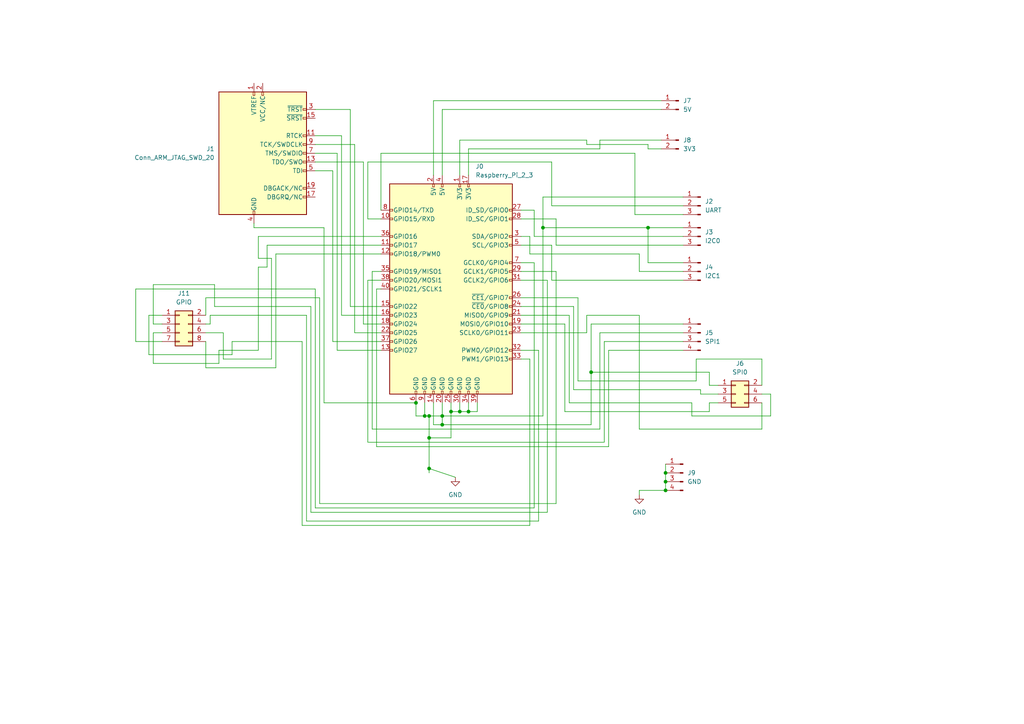
<source format=kicad_sch>
(kicad_sch (version 20211123) (generator eeschema)
  (paper "A4")
  (lib_symbols
    (symbol "Connector:Conn_01x02_Male" (pin_names (offset 1.016) hide)
      (property "Reference" "J" (at 0 2.54 0))
      (property "Value" "Conn_01x02_Male" (at 0 -5.08 0))
      (symbol "Conn_01x02_Male_1_1"
        (polyline (pts (xy 1.27 -2.54) (xy 0.8636 -2.54)) (stroke (width 0.1524)))
        (polyline (pts (xy 1.27 0) (xy 0.8636 0)) (stroke (width 0.1524)))
        (rectangle (start 0.8636 -2.413) (end 0 -2.667) (stroke (width 0.1524)) (fill (type outline)))
        (rectangle (start 0.8636 0.127) (end 0 -0.127) (stroke (width 0.1524)) (fill (type outline)))
        (pin passive line (at 5.08 0 180) (length 3.81) (name "Pin_1") (number "1"))
        (pin passive line (at 5.08 -2.54 180) (length 3.81) (name "Pin_2") (number "2"))
      )
    )
    (symbol "Connector:Conn_01x03_Male" (pin_names (offset 1.016) hide)
      (property "Reference" "J" (at 0 5.08 0))
      (property "Value" "Conn_01x03_Male" (at 0 -5.08 0))
      (symbol "Conn_01x03_Male_1_1"
        (polyline (pts (xy 1.27 -2.54) (xy 0.8636 -2.54)) (stroke (width 0.1524)))
        (polyline (pts (xy 1.27 0) (xy 0.8636 0)) (stroke (width 0.1524)))
        (polyline (pts (xy 1.27 2.54) (xy 0.8636 2.54)) (stroke (width 0.1524)))
        (rectangle (start 0.8636 -2.413) (end 0 -2.667) (stroke (width 0.1524)) (fill (type outline)))
        (rectangle (start 0.8636 0.127) (end 0 -0.127) (stroke (width 0.1524)) (fill (type outline)))
        (rectangle (start 0.8636 2.667) (end 0 2.413) (stroke (width 0.1524)) (fill (type outline)))
        (pin passive line (at 5.08 2.54 180) (length 3.81) (name "Pin_1") (number "1"))
        (pin passive line (at 5.08 0 180) (length 3.81) (name "Pin_2") (number "2"))
        (pin passive line (at 5.08 -2.54 180) (length 3.81) (name "Pin_3") (number "3"))
      )
    )
    (symbol "Connector:Conn_01x04_Male" (pin_names (offset 1.016) hide)
      (property "Reference" "J" (at 0 5.08 0))
      (property "Value" "Conn_01x04_Male" (at 0 -7.62 0))
      (symbol "Conn_01x04_Male_1_1"
        (polyline (pts (xy 1.27 -5.08) (xy 0.8636 -5.08)) (stroke (width 0.1524)))
        (polyline (pts (xy 1.27 -2.54) (xy 0.8636 -2.54)) (stroke (width 0.1524)))
        (polyline (pts (xy 1.27 0) (xy 0.8636 0)) (stroke (width 0.1524)))
        (polyline (pts (xy 1.27 2.54) (xy 0.8636 2.54)) (stroke (width 0.1524)))
        (rectangle (start 0.8636 -4.953) (end 0 -5.207) (stroke (width 0.1524)) (fill (type outline)))
        (rectangle (start 0.8636 -2.413) (end 0 -2.667) (stroke (width 0.1524)) (fill (type outline)))
        (rectangle (start 0.8636 0.127) (end 0 -0.127) (stroke (width 0.1524)) (fill (type outline)))
        (rectangle (start 0.8636 2.667) (end 0 2.413) (stroke (width 0.1524)) (fill (type outline)))
        (pin passive line (at 5.08 2.54 180) (length 3.81) (name "Pin_1") (number "1"))
        (pin passive line (at 5.08 0 180) (length 3.81) (name "Pin_2") (number "2"))
        (pin passive line (at 5.08 -2.54 180) (length 3.81) (name "Pin_3") (number "3"))
        (pin passive line (at 5.08 -5.08 180) (length 3.81) (name "Pin_4") (number "4"))
      )
    )
    (symbol "Connector:Conn_ARM_JTAG_SWD_20" (pin_names (offset 1.016))
      (property "Reference" "J" (at -5.08 21.59 0))
      (property "Value" "Conn_ARM_JTAG_SWD_20" (at -5.08 19.05 0))
      (symbol "Conn_ARM_JTAG_SWD_20_0_1"
        (rectangle (start -12.7 17.78) (end 12.7 -17.78) (stroke (width 0.254)) (fill (type background)))
        (rectangle (start -2.794 -17.78) (end -2.286 -16.764))
        (rectangle (start -2.794 17.78) (end -2.286 16.764))
        (rectangle (start -0.254 17.78) (end 0.254 16.764))
        (rectangle (start 11.684 2.286) (end 12.7 2.794))
        (rectangle (start 12.7 -12.446) (end 11.684 -12.954))
        (rectangle (start 12.7 -9.906) (end 11.684 -10.414))
        (rectangle (start 12.7 -2.794) (end 11.684 -2.286))
        (rectangle (start 12.7 -0.254) (end 11.684 0.254))
        (rectangle (start 12.7 4.826) (end 11.684 5.334))
        (rectangle (start 12.7 10.414) (end 11.684 9.906))
        (rectangle (start 12.7 12.954) (end 11.684 12.446))
      )
      (symbol "Conn_ARM_JTAG_SWD_20_1_1"
        (rectangle (start 11.684 -5.334) (end 12.7 -4.826))
        (pin power_in line (at -2.54 20.32 270) (length 2.54) (name "VTREF") (number "1"))
        (pin passive line (at -2.54 -20.32 90) (length 2.54) hide (name "GND") (number "10"))
        (pin input line (at 15.24 5.08 180) (length 2.54) (name "RTCK") (number "11"))
        (pin passive line (at -2.54 -20.32 90) (length 2.54) hide (name "GND") (number "12"))
        (pin input line (at 15.24 -2.54 180) (length 2.54) (name "TDO/SWO") (number "13"))
        (pin passive line (at -2.54 -20.32 90) (length 2.54) hide (name "GND") (number "14"))
        (pin bidirectional line (at 15.24 10.16 180) (length 2.54) (name "~{SRST}") (number "15"))
        (pin passive line (at -2.54 -20.32 90) (length 2.54) hide (name "GND") (number "16"))
        (pin output line (at 15.24 -12.7 180) (length 2.54) (name "DBGRQ/NC") (number "17"))
        (pin passive line (at -2.54 -20.32 90) (length 2.54) hide (name "GND") (number "18"))
        (pin input line (at 15.24 -10.16 180) (length 2.54) (name "DBGACK/NC") (number "19"))
        (pin power_in line (at 0 20.32 270) (length 2.54) (name "VCC/NC") (number "2"))
        (pin passive line (at -2.54 -20.32 90) (length 2.54) hide (name "GND") (number "20"))
        (pin output line (at 15.24 12.7 180) (length 2.54) (name "~{TRST}") (number "3"))
        (pin power_in line (at -2.54 -20.32 90) (length 2.54) (name "GND") (number "4"))
        (pin output line (at 15.24 -5.08 180) (length 2.54) (name "TDI") (number "5"))
        (pin passive line (at -2.54 -20.32 90) (length 2.54) hide (name "GND") (number "6"))
        (pin output line (at 15.24 0 180) (length 2.54) (name "TMS/SWDIO") (number "7"))
        (pin passive line (at -2.54 -20.32 90) (length 2.54) hide (name "GND") (number "8"))
        (pin output line (at 15.24 2.54 180) (length 2.54) (name "TCK/SWDCLK") (number "9"))
      )
    )
    (symbol "Connector:Raspberry_Pi_2_3" (pin_names (offset 1.016))
      (property "Reference" "J" (at -17.78 31.75 0))
      (property "Value" "Raspberry_Pi_2_3" (at 10.16 -31.75 0))
      (symbol "Raspberry_Pi_2_3_0_1"
        (rectangle (start -17.78 30.48) (end 17.78 -30.48) (stroke (width 0.254)) (fill (type background)))
      )
      (symbol "Raspberry_Pi_2_3_1_1"
        (rectangle (start -16.891 -17.526) (end -17.78 -18.034))
        (rectangle (start -16.891 -14.986) (end -17.78 -15.494))
        (rectangle (start -16.891 -12.446) (end -17.78 -12.954))
        (rectangle (start -16.891 -9.906) (end -17.78 -10.414))
        (rectangle (start -16.891 -7.366) (end -17.78 -7.874))
        (rectangle (start -16.891 -4.826) (end -17.78 -5.334))
        (rectangle (start -16.891 0.254) (end -17.78 -0.254))
        (rectangle (start -16.891 2.794) (end -17.78 2.286))
        (rectangle (start -16.891 5.334) (end -17.78 4.826))
        (rectangle (start -16.891 10.414) (end -17.78 9.906))
        (rectangle (start -16.891 12.954) (end -17.78 12.446))
        (rectangle (start -16.891 15.494) (end -17.78 14.986))
        (rectangle (start -16.891 20.574) (end -17.78 20.066))
        (rectangle (start -16.891 23.114) (end -17.78 22.606))
        (rectangle (start -10.414 -29.591) (end -9.906 -30.48))
        (rectangle (start -7.874 -29.591) (end -7.366 -30.48))
        (rectangle (start -5.334 -29.591) (end -4.826 -30.48))
        (rectangle (start -5.334 30.48) (end -4.826 29.591))
        (rectangle (start -2.794 -29.591) (end -2.286 -30.48))
        (rectangle (start -2.794 30.48) (end -2.286 29.591))
        (rectangle (start -0.254 -29.591) (end 0.254 -30.48))
        (rectangle (start 2.286 -29.591) (end 2.794 -30.48))
        (rectangle (start 2.286 30.48) (end 2.794 29.591))
        (rectangle (start 4.826 -29.591) (end 5.334 -30.48))
        (rectangle (start 4.826 30.48) (end 5.334 29.591))
        (rectangle (start 7.366 -29.591) (end 7.874 -30.48))
        (rectangle (start 17.78 -20.066) (end 16.891 -20.574))
        (rectangle (start 17.78 -17.526) (end 16.891 -18.034))
        (rectangle (start 17.78 -12.446) (end 16.891 -12.954))
        (rectangle (start 17.78 -9.906) (end 16.891 -10.414))
        (rectangle (start 17.78 -7.366) (end 16.891 -7.874))
        (rectangle (start 17.78 -4.826) (end 16.891 -5.334))
        (rectangle (start 17.78 -2.286) (end 16.891 -2.794))
        (rectangle (start 17.78 2.794) (end 16.891 2.286))
        (rectangle (start 17.78 5.334) (end 16.891 4.826))
        (rectangle (start 17.78 7.874) (end 16.891 7.366))
        (rectangle (start 17.78 12.954) (end 16.891 12.446))
        (rectangle (start 17.78 15.494) (end 16.891 14.986))
        (rectangle (start 17.78 20.574) (end 16.891 20.066))
        (rectangle (start 17.78 23.114) (end 16.891 22.606))
        (pin power_in line (at 2.54 33.02 270) (length 2.54) (name "3V3") (number "1"))
        (pin bidirectional line (at -20.32 20.32 0) (length 2.54) (name "GPIO15/RXD") (number "10"))
        (pin bidirectional line (at -20.32 12.7 0) (length 2.54) (name "GPIO17") (number "11"))
        (pin bidirectional line (at -20.32 10.16 0) (length 2.54) (name "GPIO18/PWM0") (number "12"))
        (pin bidirectional line (at -20.32 -17.78 0) (length 2.54) (name "GPIO27") (number "13"))
        (pin power_in line (at -5.08 -33.02 90) (length 2.54) (name "GND") (number "14"))
        (pin bidirectional line (at -20.32 -5.08 0) (length 2.54) (name "GPIO22") (number "15"))
        (pin bidirectional line (at -20.32 -7.62 0) (length 2.54) (name "GPIO23") (number "16"))
        (pin power_in line (at 5.08 33.02 270) (length 2.54) (name "3V3") (number "17"))
        (pin bidirectional line (at -20.32 -10.16 0) (length 2.54) (name "GPIO24") (number "18"))
        (pin bidirectional line (at 20.32 -10.16 180) (length 2.54) (name "MOSI0/GPIO10") (number "19"))
        (pin power_in line (at -5.08 33.02 270) (length 2.54) (name "5V") (number "2"))
        (pin power_in line (at -2.54 -33.02 90) (length 2.54) (name "GND") (number "20"))
        (pin bidirectional line (at 20.32 -7.62 180) (length 2.54) (name "MISO0/GPIO9") (number "21"))
        (pin bidirectional line (at -20.32 -12.7 0) (length 2.54) (name "GPIO25") (number "22"))
        (pin bidirectional line (at 20.32 -12.7 180) (length 2.54) (name "SCLK0/GPIO11") (number "23"))
        (pin bidirectional line (at 20.32 -5.08 180) (length 2.54) (name "~{CE0}/GPIO8") (number "24"))
        (pin power_in line (at 0 -33.02 90) (length 2.54) (name "GND") (number "25"))
        (pin bidirectional line (at 20.32 -2.54 180) (length 2.54) (name "~{CE1}/GPIO7") (number "26"))
        (pin bidirectional line (at 20.32 22.86 180) (length 2.54) (name "ID_SD/GPIO0") (number "27"))
        (pin bidirectional line (at 20.32 20.32 180) (length 2.54) (name "ID_SC/GPIO1") (number "28"))
        (pin bidirectional line (at 20.32 5.08 180) (length 2.54) (name "GCLK1/GPIO5") (number "29"))
        (pin bidirectional line (at 20.32 15.24 180) (length 2.54) (name "SDA/GPIO2") (number "3"))
        (pin power_in line (at 2.54 -33.02 90) (length 2.54) (name "GND") (number "30"))
        (pin bidirectional line (at 20.32 2.54 180) (length 2.54) (name "GCLK2/GPIO6") (number "31"))
        (pin bidirectional line (at 20.32 -17.78 180) (length 2.54) (name "PWM0/GPIO12") (number "32"))
        (pin bidirectional line (at 20.32 -20.32 180) (length 2.54) (name "PWM1/GPIO13") (number "33"))
        (pin power_in line (at 5.08 -33.02 90) (length 2.54) (name "GND") (number "34"))
        (pin bidirectional line (at -20.32 5.08 0) (length 2.54) (name "GPIO19/MISO1") (number "35"))
        (pin bidirectional line (at -20.32 15.24 0) (length 2.54) (name "GPIO16") (number "36"))
        (pin bidirectional line (at -20.32 -15.24 0) (length 2.54) (name "GPIO26") (number "37"))
        (pin bidirectional line (at -20.32 2.54 0) (length 2.54) (name "GPIO20/MOSI1") (number "38"))
        (pin power_in line (at 7.62 -33.02 90) (length 2.54) (name "GND") (number "39"))
        (pin power_in line (at -2.54 33.02 270) (length 2.54) (name "5V") (number "4"))
        (pin bidirectional line (at -20.32 0 0) (length 2.54) (name "GPIO21/SCLK1") (number "40"))
        (pin bidirectional line (at 20.32 12.7 180) (length 2.54) (name "SCL/GPIO3") (number "5"))
        (pin power_in line (at -10.16 -33.02 90) (length 2.54) (name "GND") (number "6"))
        (pin bidirectional line (at 20.32 7.62 180) (length 2.54) (name "GCLK0/GPIO4") (number "7"))
        (pin bidirectional line (at -20.32 22.86 0) (length 2.54) (name "GPIO14/TXD") (number "8"))
        (pin power_in line (at -7.62 -33.02 90) (length 2.54) (name "GND") (number "9"))
      )
    )
    (symbol "Connector_Generic:Conn_02x03_Odd_Even" (pin_names (offset 1.016) hide)
      (property "Reference" "J" (at 1.27 5.08 0))
      (property "Value" "Conn_02x03_Odd_Even" (at 1.27 -5.08 0))
      (symbol "Conn_02x03_Odd_Even_1_1"
        (rectangle (start -1.27 -2.413) (end 0 -2.667) (stroke (width 0.1524)))
        (rectangle (start -1.27 0.127) (end 0 -0.127) (stroke (width 0.1524)))
        (rectangle (start -1.27 2.667) (end 0 2.413) (stroke (width 0.1524)))
        (rectangle (start -1.27 3.81) (end 3.81 -3.81) (stroke (width 0.254)) (fill (type background)))
        (rectangle (start 3.81 -2.413) (end 2.54 -2.667) (stroke (width 0.1524)))
        (rectangle (start 3.81 0.127) (end 2.54 -0.127) (stroke (width 0.1524)))
        (rectangle (start 3.81 2.667) (end 2.54 2.413) (stroke (width 0.1524)))
        (pin passive line (at -5.08 2.54 0) (length 3.81) (name "Pin_1") (number "1"))
        (pin passive line (at 7.62 2.54 180) (length 3.81) (name "Pin_2") (number "2"))
        (pin passive line (at -5.08 0 0) (length 3.81) (name "Pin_3") (number "3"))
        (pin passive line (at 7.62 0 180) (length 3.81) (name "Pin_4") (number "4"))
        (pin passive line (at -5.08 -2.54 0) (length 3.81) (name "Pin_5") (number "5"))
        (pin passive line (at 7.62 -2.54 180) (length 3.81) (name "Pin_6") (number "6"))
      )
    )
    (symbol "Connector_Generic:Conn_02x04_Odd_Even" (pin_names (offset 1.016) hide)
      (property "Reference" "J" (at 1.27 5.08 0))
      (property "Value" "Conn_02x04_Odd_Even" (at 1.27 -7.62 0))
      (symbol "Conn_02x04_Odd_Even_1_1"
        (rectangle (start -1.27 -4.953) (end 0 -5.207) (stroke (width 0.1524)))
        (rectangle (start -1.27 -2.413) (end 0 -2.667) (stroke (width 0.1524)))
        (rectangle (start -1.27 0.127) (end 0 -0.127) (stroke (width 0.1524)))
        (rectangle (start -1.27 2.667) (end 0 2.413) (stroke (width 0.1524)))
        (rectangle (start -1.27 3.81) (end 3.81 -6.35) (stroke (width 0.254)) (fill (type background)))
        (rectangle (start 3.81 -4.953) (end 2.54 -5.207) (stroke (width 0.1524)))
        (rectangle (start 3.81 -2.413) (end 2.54 -2.667) (stroke (width 0.1524)))
        (rectangle (start 3.81 0.127) (end 2.54 -0.127) (stroke (width 0.1524)))
        (rectangle (start 3.81 2.667) (end 2.54 2.413) (stroke (width 0.1524)))
        (pin passive line (at -5.08 2.54 0) (length 3.81) (name "Pin_1") (number "1"))
        (pin passive line (at 7.62 2.54 180) (length 3.81) (name "Pin_2") (number "2"))
        (pin passive line (at -5.08 0 0) (length 3.81) (name "Pin_3") (number "3"))
        (pin passive line (at 7.62 0 180) (length 3.81) (name "Pin_4") (number "4"))
        (pin passive line (at -5.08 -2.54 0) (length 3.81) (name "Pin_5") (number "5"))
        (pin passive line (at 7.62 -2.54 180) (length 3.81) (name "Pin_6") (number "6"))
        (pin passive line (at -5.08 -5.08 0) (length 3.81) (name "Pin_7") (number "7"))
        (pin passive line (at 7.62 -5.08 180) (length 3.81) (name "Pin_8") (number "8"))
      )
    )
    (symbol "power:GND" (power) (pin_names (offset 0))
      (property "Value" "GND" (at 0 -3.81 0))
      (symbol "GND_0_1"
        (polyline (pts (xy 0 0) (xy 0 -1.27) (xy 1.27 -1.27) (xy 0 -2.54) (xy -1.27 -1.27) (xy 0 -1.27)))
      )
      (symbol "GND_1_1"
        (pin power_in line (at 0 0 270) (length 0) hide (name "GND") (number "1"))
      )
    )
  )
  (junction (at 171.45 107.95))
  (junction (at 123.19 120.65))
  (junction (at 133.35 119.38))
  (junction (at 187.96 66.04))
  (junction (at 193.04 139.7))
  (junction (at 130.81 119.38))
  (junction (at 120.65 116.84))
  (junction (at 128.27 123.19))
  (junction (at 124.46 135.89))
  (junction (at 157.48 66.04))
  (junction (at 128.27 120.65))
  (junction (at 124.46 127))
  (junction (at 124.46 120.65))
  (junction (at 135.89 119.38))
  (junction (at 193.04 142.24))
  (junction (at 193.04 137.16))
  (wire (pts (xy 62.23 88.9) (xy 62.23 82.55)))
  (wire (pts (xy 153.67 104.14) (xy 153.67 152.4)))
  (wire (pts (xy 165.1 116.84) (xy 200.66 116.84)))
  (wire (pts (xy 166.37 113.03) (xy 166.37 88.9)))
  (wire (pts (xy 170.18 96.52) (xy 170.18 91.44)))
  (wire (pts (xy 220.98 116.84) (xy 220.98 124.46)))
  (wire (pts (xy 171.45 93.98) (xy 198.12 93.98)))
  (wire (pts (xy 124.46 127) (xy 130.81 127)))
  (wire (pts (xy 151.13 71.12) (xy 160.02 71.12)))
  (wire (pts (xy 173.99 96.52) (xy 198.12 96.52)))
  (wire (pts (xy 193.04 139.7) (xy 193.04 142.24)))
  (wire (pts (xy 87.63 152.4) (xy 87.63 99.06)))
  (wire (pts (xy 151.13 91.44) (xy 165.1 91.44)))
  (wire (pts (xy 110.49 88.9) (xy 101.6 88.9)))
  (wire (pts (xy 151.13 96.52) (xy 170.18 96.52)))
  (wire (pts (xy 105.41 93.98) (xy 110.49 93.98)))
  (wire (pts (xy 74.93 68.58) (xy 110.49 68.58)))
  (wire (pts (xy 153.67 73.66) (xy 185.42 73.66)))
  (wire (pts (xy 39.37 83.82) (xy 91.44 83.82)))
  (wire (pts (xy 43.18 91.44) (xy 46.99 91.44)))
  (wire (pts (xy 205.74 107.95) (xy 205.74 111.76)))
  (wire (pts (xy 173.99 40.64) (xy 191.77 40.64)))
  (wire (pts (xy 198.12 59.69) (xy 160.02 59.69)))
  (wire (pts (xy 153.67 152.4) (xy 87.63 152.4)))
  (wire (pts (xy 110.49 60.96) (xy 110.49 44.45)))
  (wire (pts (xy 157.48 57.15) (xy 157.48 66.04)))
  (wire (pts (xy 133.35 40.64) (xy 133.35 50.8)))
  (wire (pts (xy 170.18 91.44) (xy 185.42 91.44)))
  (wire (pts (xy 176.53 101.6) (xy 176.53 129.54)))
  (wire (pts (xy 124.46 120.65) (xy 124.46 127)))
  (wire (pts (xy 109.22 83.82) (xy 110.49 83.82)))
  (wire (pts (xy 135.89 43.18) (xy 173.99 43.18)))
  (wire (pts (xy 151.13 81.28) (xy 158.75 81.28)))
  (wire (pts (xy 64.77 96.52) (xy 59.69 96.52)))
  (wire (pts (xy 102.87 41.91) (xy 102.87 96.52)))
  (wire (pts (xy 185.42 142.24) (xy 185.42 143.51)))
  (wire (pts (xy 173.99 124.46) (xy 173.99 96.52)))
  (wire (pts (xy 110.49 71.12) (xy 77.47 71.12)))
  (wire (pts (xy 67.31 99.06) (xy 67.31 102.87)))
  (wire (pts (xy 205.74 111.76) (xy 208.28 111.76)))
  (wire (pts (xy 74.93 68.58) (xy 74.93 74.93)))
  (wire (pts (xy 74.93 74.93) (xy 78.74 74.93)))
  (wire (pts (xy 91.44 41.91) (xy 102.87 41.91)))
  (wire (pts (xy 128.27 31.75) (xy 191.77 31.75)))
  (wire (pts (xy 205.74 119.38) (xy 205.74 116.84)))
  (wire (pts (xy 201.93 104.14) (xy 220.98 104.14)))
  (wire (pts (xy 77.47 71.12) (xy 77.47 77.47)))
  (wire (pts (xy 158.75 81.28) (xy 158.75 148.59)))
  (wire (pts (xy 101.6 88.9) (xy 101.6 31.75)))
  (wire (pts (xy 167.64 86.36) (xy 167.64 110.49)))
  (wire (pts (xy 185.42 91.44) (xy 185.42 124.46)))
  (wire (pts (xy 91.44 147.32) (xy 91.44 83.82)))
  (wire (pts (xy 78.74 74.93) (xy 78.74 104.14)))
  (wire (pts (xy 128.27 120.65) (xy 124.46 120.65)))
  (wire (pts (xy 151.13 86.36) (xy 167.64 86.36)))
  (wire (pts (xy 151.13 78.74) (xy 161.29 78.74)))
  (wire (pts (xy 102.87 96.52) (xy 110.49 96.52)))
  (wire (pts (xy 156.21 151.13) (xy 156.21 101.6)))
  (wire (pts (xy 67.31 102.87) (xy 43.18 102.87)))
  (wire (pts (xy 165.1 91.44) (xy 165.1 116.84)))
  (wire (pts (xy 74.93 101.6) (xy 74.93 77.47)))
  (wire (pts (xy 185.42 73.66) (xy 185.42 78.74)))
  (wire (pts (xy 125.73 116.84) (xy 125.73 123.19)))
  (wire (pts (xy 59.69 86.36) (xy 59.69 91.44)))
  (wire (pts (xy 167.64 110.49) (xy 201.93 110.49)))
  (wire (pts (xy 151.13 93.98) (xy 163.83 93.98)))
  (wire (pts (xy 132.08 138.43) (xy 124.46 135.89)))
  (wire (pts (xy 59.69 106.68) (xy 80.01 106.68)))
  (wire (pts (xy 124.46 127) (xy 124.46 135.89)))
  (wire (pts (xy 93.98 66.04) (xy 73.66 66.04)))
  (wire (pts (xy 166.37 88.9) (xy 151.13 88.9)))
  (wire (pts (xy 60.96 91.44) (xy 60.96 93.98)))
  (wire (pts (xy 161.29 146.05) (xy 92.71 146.05)))
  (wire (pts (xy 125.73 123.19) (xy 128.27 123.19)))
  (wire (pts (xy 220.98 104.14) (xy 220.98 111.76)))
  (wire (pts (xy 198.12 57.15) (xy 157.48 57.15)))
  (wire (pts (xy 106.68 81.28) (xy 106.68 128.27)))
  (wire (pts (xy 170.18 41.91) (xy 187.96 41.91)))
  (wire (pts (xy 106.68 63.5) (xy 110.49 63.5)))
  (wire (pts (xy 110.49 101.6) (xy 97.79 101.6)))
  (wire (pts (xy 163.83 93.98) (xy 163.83 119.38)))
  (wire (pts (xy 92.71 146.05) (xy 92.71 86.36)))
  (wire (pts (xy 39.37 99.06) (xy 46.99 99.06)))
  (wire (pts (xy 128.27 123.19) (xy 171.45 123.19)))
  (wire (pts (xy 193.04 134.62) (xy 193.04 137.16)))
  (wire (pts (xy 161.29 78.74) (xy 161.29 146.05)))
  (wire (pts (xy 128.27 116.84) (xy 128.27 120.65)))
  (wire (pts (xy 64.77 104.14) (xy 64.77 96.52)))
  (wire (pts (xy 151.13 76.2) (xy 154.94 76.2)))
  (wire (pts (xy 62.23 82.55) (xy 44.45 82.55)))
  (wire (pts (xy 110.49 91.44) (xy 99.06 91.44)))
  (wire (pts (xy 96.52 99.06) (xy 96.52 49.53)))
  (wire (pts (xy 133.35 119.38) (xy 133.35 116.84)))
  (wire (pts (xy 59.69 99.06) (xy 59.69 106.68)))
  (wire (pts (xy 120.65 116.84) (xy 93.98 116.84)))
  (wire (pts (xy 223.52 120.65) (xy 223.52 114.3)))
  (wire (pts (xy 123.19 120.65) (xy 123.19 116.84)))
  (wire (pts (xy 161.29 71.12) (xy 161.29 63.5)))
  (wire (pts (xy 184.15 62.23) (xy 198.12 62.23)))
  (wire (pts (xy 128.27 120.65) (xy 128.27 123.19)))
  (wire (pts (xy 160.02 81.28) (xy 198.12 81.28)))
  (wire (pts (xy 106.68 128.27) (xy 175.26 128.27)))
  (wire (pts (xy 187.96 43.18) (xy 191.77 43.18)))
  (wire (pts (xy 160.02 71.12) (xy 160.02 81.28)))
  (wire (pts (xy 187.96 66.04) (xy 198.12 66.04)))
  (wire (pts (xy 44.45 96.52) (xy 44.45 105.41)))
  (wire (pts (xy 153.67 73.66) (xy 153.67 68.58)))
  (wire (pts (xy 44.45 93.98) (xy 46.99 93.98)))
  (wire (pts (xy 158.75 148.59) (xy 90.17 148.59)))
  (wire (pts (xy 120.65 120.65) (xy 123.19 120.65)))
  (wire (pts (xy 154.94 60.96) (xy 154.94 68.58)))
  (wire (pts (xy 110.49 81.28) (xy 106.68 81.28)))
  (wire (pts (xy 160.02 46.99) (xy 106.68 46.99)))
  (wire (pts (xy 109.22 129.54) (xy 109.22 83.82)))
  (wire (pts (xy 130.81 119.38) (xy 130.81 116.84)))
  (wire (pts (xy 184.15 44.45) (xy 184.15 62.23)))
  (wire (pts (xy 88.9 151.13) (xy 156.21 151.13)))
  (wire (pts (xy 203.2 114.3) (xy 208.28 114.3)))
  (wire (pts (xy 193.04 137.16) (xy 193.04 139.7)))
  (wire (pts (xy 171.45 107.95) (xy 205.74 107.95)))
  (wire (pts (xy 44.45 82.55) (xy 44.45 93.98)))
  (wire (pts (xy 154.94 76.2) (xy 154.94 147.32)))
  (wire (pts (xy 93.98 116.84) (xy 93.98 66.04)))
  (wire (pts (xy 200.66 120.65) (xy 223.52 120.65)))
  (wire (pts (xy 73.66 66.04) (xy 73.66 64.77)))
  (wire (pts (xy 133.35 40.64) (xy 170.18 40.64)))
  (wire (pts (xy 62.23 88.9) (xy 90.17 88.9)))
  (wire (pts (xy 175.26 128.27) (xy 175.26 99.06)))
  (wire (pts (xy 187.96 76.2) (xy 187.96 66.04)))
  (wire (pts (xy 198.12 101.6) (xy 176.53 101.6)))
  (wire (pts (xy 223.52 114.3) (xy 220.98 114.3)))
  (wire (pts (xy 124.46 120.65) (xy 123.19 120.65)))
  (wire (pts (xy 91.44 46.99) (xy 105.41 46.99)))
  (wire (pts (xy 157.48 66.04) (xy 157.48 120.65)))
  (wire (pts (xy 198.12 71.12) (xy 161.29 71.12)))
  (wire (pts (xy 201.93 110.49) (xy 201.93 104.14)))
  (wire (pts (xy 43.18 91.44) (xy 43.18 102.87)))
  (wire (pts (xy 191.77 29.21) (xy 125.73 29.21)))
  (wire (pts (xy 99.06 39.37) (xy 91.44 39.37)))
  (wire (pts (xy 200.66 116.84) (xy 200.66 120.65)))
  (wire (pts (xy 67.31 99.06) (xy 87.63 99.06)))
  (wire (pts (xy 135.89 116.84) (xy 135.89 119.38)))
  (wire (pts (xy 156.21 101.6) (xy 151.13 101.6)))
  (wire (pts (xy 185.42 78.74) (xy 198.12 78.74)))
  (wire (pts (xy 44.45 96.52) (xy 46.99 96.52)))
  (wire (pts (xy 80.01 106.68) (xy 80.01 73.66)))
  (wire (pts (xy 105.41 46.99) (xy 105.41 93.98)))
  (wire (pts (xy 135.89 50.8) (xy 135.89 43.18)))
  (wire (pts (xy 106.68 46.99) (xy 106.68 63.5)))
  (wire (pts (xy 157.48 120.65) (xy 128.27 120.65)))
  (wire (pts (xy 128.27 50.8) (xy 128.27 31.75)))
  (wire (pts (xy 97.79 44.45) (xy 91.44 44.45)))
  (wire (pts (xy 193.04 142.24) (xy 185.42 142.24)))
  (wire (pts (xy 203.2 113.03) (xy 203.2 114.3)))
  (wire (pts (xy 205.74 116.84) (xy 208.28 116.84)))
  (wire (pts (xy 175.26 99.06) (xy 198.12 99.06)))
  (wire (pts (xy 39.37 83.82) (xy 39.37 99.06)))
  (wire (pts (xy 163.83 119.38) (xy 205.74 119.38)))
  (wire (pts (xy 153.67 68.58) (xy 151.13 68.58)))
  (wire (pts (xy 170.18 40.64) (xy 170.18 41.91)))
  (wire (pts (xy 130.81 119.38) (xy 133.35 119.38)))
  (wire (pts (xy 130.81 119.38) (xy 130.81 127)))
  (wire (pts (xy 138.43 119.38) (xy 135.89 119.38)))
  (wire (pts (xy 107.95 78.74) (xy 107.95 124.46)))
  (wire (pts (xy 63.5 105.41) (xy 63.5 101.6)))
  (wire (pts (xy 166.37 113.03) (xy 203.2 113.03)))
  (wire (pts (xy 138.43 116.84) (xy 138.43 119.38)))
  (wire (pts (xy 154.94 68.58) (xy 198.12 68.58)))
  (wire (pts (xy 160.02 59.69) (xy 160.02 46.99)))
  (wire (pts (xy 124.46 135.89) (xy 124.46 137.16)))
  (wire (pts (xy 107.95 124.46) (xy 173.99 124.46)))
  (wire (pts (xy 157.48 66.04) (xy 187.96 66.04)))
  (wire (pts (xy 96.52 49.53) (xy 91.44 49.53)))
  (wire (pts (xy 60.96 91.44) (xy 88.9 91.44)))
  (wire (pts (xy 171.45 123.19) (xy 171.45 107.95)))
  (wire (pts (xy 60.96 93.98) (xy 59.69 93.98)))
  (wire (pts (xy 59.69 86.36) (xy 92.71 86.36)))
  (wire (pts (xy 99.06 91.44) (xy 99.06 39.37)))
  (wire (pts (xy 187.96 41.91) (xy 187.96 43.18)))
  (wire (pts (xy 97.79 101.6) (xy 97.79 44.45)))
  (wire (pts (xy 101.6 31.75) (xy 91.44 31.75)))
  (wire (pts (xy 161.29 63.5) (xy 151.13 63.5)))
  (wire (pts (xy 110.49 78.74) (xy 107.95 78.74)))
  (wire (pts (xy 74.93 77.47) (xy 77.47 77.47)))
  (wire (pts (xy 110.49 99.06) (xy 96.52 99.06)))
  (wire (pts (xy 151.13 60.96) (xy 154.94 60.96)))
  (wire (pts (xy 110.49 44.45) (xy 184.15 44.45)))
  (wire (pts (xy 125.73 29.21) (xy 125.73 50.8)))
  (wire (pts (xy 63.5 101.6) (xy 74.93 101.6)))
  (wire (pts (xy 44.45 105.41) (xy 63.5 105.41)))
  (wire (pts (xy 88.9 91.44) (xy 88.9 151.13)))
  (wire (pts (xy 151.13 104.14) (xy 153.67 104.14)))
  (wire (pts (xy 154.94 147.32) (xy 91.44 147.32)))
  (wire (pts (xy 64.77 104.14) (xy 78.74 104.14)))
  (wire (pts (xy 220.98 124.46) (xy 185.42 124.46)))
  (wire (pts (xy 173.99 43.18) (xy 173.99 40.64)))
  (wire (pts (xy 176.53 129.54) (xy 109.22 129.54)))
  (wire (pts (xy 198.12 76.2) (xy 187.96 76.2)))
  (wire (pts (xy 171.45 107.95) (xy 171.45 93.98)))
  (wire (pts (xy 120.65 116.84) (xy 120.65 120.65)))
  (wire (pts (xy 80.01 73.66) (xy 110.49 73.66)))
  (wire (pts (xy 90.17 148.59) (xy 90.17 88.9)))
  (wire (pts (xy 133.35 119.38) (xy 135.89 119.38)))
  (symbol (lib_id "Connector_Generic:Conn_02x04_Odd_Even") (at 52.07 93.98 0) (unit 1)
    (property "Reference" "J11" (at 53.34 85.09 0))
    (property "Value" "GPIO" (at 53.34 87.63 0))
    (property "Footprint" "Connector_PinHeader_2.54mm:PinHeader_2x04_P2.54mm_Vertical" (effects hide))
  )
  (symbol (lib_id "power:GND") (at 185.42 143.51 0) (unit 1)
    (property "Reference" "#PWR?" (effects hide))
    (property "Value" "GND" (at 185.42 148.59 0))
  )
  (symbol (lib_id "Connector:Conn_01x03_Male") (at 203.2 59.69 0) (mirror y) (unit 1)
    (property "Reference" "J2" (at 204.47 58.4199 0) (effects (justify right)))
    (property "Value" "UART" (at 204.47 60.9599 0) (effects (justify right)))
    (property "Footprint" "Connector_PinHeader_2.54mm:PinHeader_1x03_P2.54mm_Vertical" (effects hide))
  )
  (symbol (lib_id "Connector:Conn_01x04_Male") (at 203.2 96.52 0) (mirror y) (unit 1)
    (property "Reference" "J5" (at 204.47 96.5199 0) (effects (justify right)))
    (property "Value" "SPI1" (at 204.47 99.0599 0) (effects (justify right)))
    (property "Footprint" "Connector_PinHeader_2.54mm:PinHeader_1x04_P2.54mm_Vertical" (effects hide))
  )
  (symbol (lib_id "power:GND") (at 132.08 138.43 0) (unit 1)
    (property "Reference" "#PWR0101" (effects hide))
    (property "Value" "GND" (at 132.08 143.51 0))
  )
  (symbol (lib_id "Connector:Conn_ARM_JTAG_SWD_20") (at 76.2 44.45 0) (unit 1)
    (property "Reference" "J1" (at 62.23 43.1799 0) (effects (justify right)))
    (property "Value" "Conn_ARM_JTAG_SWD_20" (at 62.23 45.7199 0) (effects (justify right)))
    (property "Footprint" "Connector_PinHeader_2.54mm:PinHeader_2x10_P2.54mm_Vertical" (effects hide))
    (property "Datasheet" "http://infocenter.arm.com/help/topic/com.arm.doc.dui0499b/DUI0499B_system_design_reference.pdf" (effects hide))
  )
  (symbol (lib_id "Connector:Conn_01x03_Male") (at 203.2 78.74 0) (mirror y) (unit 1)
    (property "Reference" "J4" (at 204.47 77.4699 0) (effects (justify right)))
    (property "Value" "I2C1" (at 204.47 80.0099 0) (effects (justify right)))
    (property "Footprint" "Connector_PinHeader_2.54mm:PinHeader_1x03_P2.54mm_Vertical" (effects hide))
  )
  (symbol (lib_id "Connector:Conn_01x02_Male") (at 196.85 40.64 0) (mirror y) (unit 1)
    (property "Reference" "J8" (at 198.12 40.6399 0) (effects (justify right)))
    (property "Value" "3V3" (at 198.12 43.1799 0) (effects (justify right)))
    (property "Footprint" "Connector_PinHeader_2.54mm:PinHeader_1x02_P2.54mm_Vertical" (effects hide))
  )
  (symbol (lib_id "Connector_Generic:Conn_02x03_Odd_Even") (at 213.36 114.3 0) (unit 1)
    (property "Reference" "J6" (at 214.63 105.41 0))
    (property "Value" "SPI0" (at 214.63 107.95 0))
    (property "Footprint" "Connector_PinHeader_2.54mm:PinHeader_2x03_P2.54mm_Vertical" (effects hide))
  )
  (symbol (lib_id "Connector:Conn_01x04_Male") (at 198.12 137.16 0) (mirror y) (unit 1)
    (property "Reference" "J9" (at 199.39 137.1599 0) (effects (justify right)))
    (property "Value" "GND" (at 199.39 139.6999 0) (effects (justify right)))
    (property "Footprint" "Connector_PinHeader_2.54mm:PinHeader_1x04_P2.54mm_Vertical" (effects hide))
  )
  (symbol (lib_id "Connector:Conn_01x02_Male") (at 196.85 29.21 0) (mirror y) (unit 1)
    (property "Reference" "J7" (at 198.12 29.2099 0) (effects (justify right)))
    (property "Value" "5V" (at 198.12 31.7499 0) (effects (justify right)))
    (property "Footprint" "Connector_PinHeader_2.54mm:PinHeader_1x02_P2.54mm_Vertical" (effects hide))
  )
  (symbol (lib_id "Connector:Raspberry_Pi_2_3") (at 130.81 83.82 0) (unit 1)
    (property "Reference" "J0" (at 137.9094 48.26 0) (effects (justify left)))
    (property "Value" "Raspberry_Pi_2_3" (at 137.9094 50.8 0) (effects (justify left)))
    (property "Footprint" "Connector_PinHeader_2.54mm:PinHeader_2x20_P2.54mm_Vertical" (effects hide))
    (property "Datasheet" "https://www.raspberrypi.org/documentation/hardware/raspberrypi/schematics/rpi_SCH_3bplus_1p0_reduced.pdf" (effects hide))
  )
  (symbol (lib_id "Connector:Conn_01x03_Male") (at 203.2 68.58 0) (mirror y) (unit 1)
    (property "Reference" "J3" (at 204.47 67.3099 0) (effects (justify right)))
    (property "Value" "I2C0" (at 204.47 69.85 0) (effects (justify right)))
    (property "Footprint" "Connector_PinHeader_2.54mm:PinHeader_1x03_P2.54mm_Vertical" (effects hide))
  )
)
</source>
